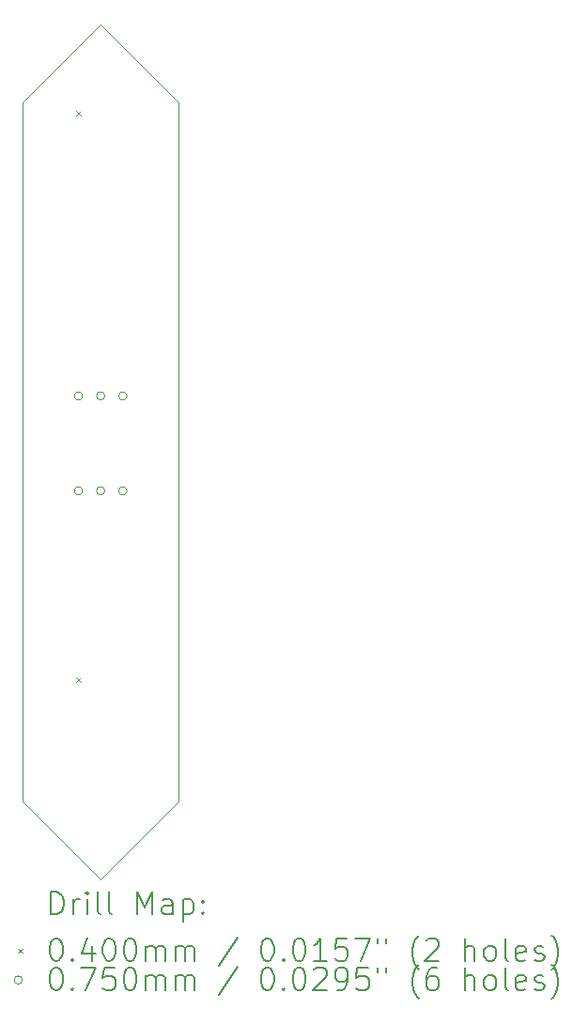
<source format=gbr>
%FSLAX45Y45*%
G04 Gerber Fmt 4.5, Leading zero omitted, Abs format (unit mm)*
G04 Created by KiCad (PCBNEW 6.0.2+dfsg-1) date 2022-11-12 16:17:31*
%MOMM*%
%LPD*%
G01*
G04 APERTURE LIST*
%TA.AperFunction,Profile*%
%ADD10C,0.100000*%
%TD*%
%ADD11C,0.200000*%
%ADD12C,0.040000*%
%ADD13C,0.075000*%
G04 APERTURE END LIST*
D10*
X15000000Y-5900000D02*
X15000000Y-12200000D01*
X15000000Y-12200000D02*
X14300000Y-12900000D01*
X14300000Y-12900000D02*
X13600000Y-12200000D01*
X13600000Y-12200000D02*
X13600000Y-5900000D01*
X13600000Y-5900000D02*
X14300000Y-5200000D01*
X14300000Y-5200000D02*
X15000000Y-5900000D01*
D11*
D12*
X14080000Y-5980000D02*
X14120000Y-6020000D01*
X14120000Y-5980000D02*
X14080000Y-6020000D01*
X14080000Y-11080000D02*
X14120000Y-11120000D01*
X14120000Y-11080000D02*
X14080000Y-11120000D01*
D13*
X14137500Y-8545000D02*
G75*
G03*
X14137500Y-8545000I-37500J0D01*
G01*
X14137500Y-9400000D02*
G75*
G03*
X14137500Y-9400000I-37500J0D01*
G01*
X14337500Y-8545000D02*
G75*
G03*
X14337500Y-8545000I-37500J0D01*
G01*
X14337500Y-9400000D02*
G75*
G03*
X14337500Y-9400000I-37500J0D01*
G01*
X14537500Y-8545000D02*
G75*
G03*
X14537500Y-8545000I-37500J0D01*
G01*
X14537500Y-9400000D02*
G75*
G03*
X14537500Y-9400000I-37500J0D01*
G01*
D11*
X13852619Y-13215476D02*
X13852619Y-13015476D01*
X13900238Y-13015476D01*
X13928809Y-13025000D01*
X13947857Y-13044048D01*
X13957381Y-13063095D01*
X13966905Y-13101190D01*
X13966905Y-13129762D01*
X13957381Y-13167857D01*
X13947857Y-13186905D01*
X13928809Y-13205952D01*
X13900238Y-13215476D01*
X13852619Y-13215476D01*
X14052619Y-13215476D02*
X14052619Y-13082143D01*
X14052619Y-13120238D02*
X14062143Y-13101190D01*
X14071667Y-13091667D01*
X14090714Y-13082143D01*
X14109762Y-13082143D01*
X14176428Y-13215476D02*
X14176428Y-13082143D01*
X14176428Y-13015476D02*
X14166905Y-13025000D01*
X14176428Y-13034524D01*
X14185952Y-13025000D01*
X14176428Y-13015476D01*
X14176428Y-13034524D01*
X14300238Y-13215476D02*
X14281190Y-13205952D01*
X14271667Y-13186905D01*
X14271667Y-13015476D01*
X14405000Y-13215476D02*
X14385952Y-13205952D01*
X14376428Y-13186905D01*
X14376428Y-13015476D01*
X14633571Y-13215476D02*
X14633571Y-13015476D01*
X14700238Y-13158333D01*
X14766905Y-13015476D01*
X14766905Y-13215476D01*
X14947857Y-13215476D02*
X14947857Y-13110714D01*
X14938333Y-13091667D01*
X14919286Y-13082143D01*
X14881190Y-13082143D01*
X14862143Y-13091667D01*
X14947857Y-13205952D02*
X14928809Y-13215476D01*
X14881190Y-13215476D01*
X14862143Y-13205952D01*
X14852619Y-13186905D01*
X14852619Y-13167857D01*
X14862143Y-13148809D01*
X14881190Y-13139286D01*
X14928809Y-13139286D01*
X14947857Y-13129762D01*
X15043095Y-13082143D02*
X15043095Y-13282143D01*
X15043095Y-13091667D02*
X15062143Y-13082143D01*
X15100238Y-13082143D01*
X15119286Y-13091667D01*
X15128809Y-13101190D01*
X15138333Y-13120238D01*
X15138333Y-13177381D01*
X15128809Y-13196428D01*
X15119286Y-13205952D01*
X15100238Y-13215476D01*
X15062143Y-13215476D01*
X15043095Y-13205952D01*
X15224048Y-13196428D02*
X15233571Y-13205952D01*
X15224048Y-13215476D01*
X15214524Y-13205952D01*
X15224048Y-13196428D01*
X15224048Y-13215476D01*
X15224048Y-13091667D02*
X15233571Y-13101190D01*
X15224048Y-13110714D01*
X15214524Y-13101190D01*
X15224048Y-13091667D01*
X15224048Y-13110714D01*
D12*
X13555000Y-13525000D02*
X13595000Y-13565000D01*
X13595000Y-13525000D02*
X13555000Y-13565000D01*
D11*
X13890714Y-13435476D02*
X13909762Y-13435476D01*
X13928809Y-13445000D01*
X13938333Y-13454524D01*
X13947857Y-13473571D01*
X13957381Y-13511667D01*
X13957381Y-13559286D01*
X13947857Y-13597381D01*
X13938333Y-13616428D01*
X13928809Y-13625952D01*
X13909762Y-13635476D01*
X13890714Y-13635476D01*
X13871667Y-13625952D01*
X13862143Y-13616428D01*
X13852619Y-13597381D01*
X13843095Y-13559286D01*
X13843095Y-13511667D01*
X13852619Y-13473571D01*
X13862143Y-13454524D01*
X13871667Y-13445000D01*
X13890714Y-13435476D01*
X14043095Y-13616428D02*
X14052619Y-13625952D01*
X14043095Y-13635476D01*
X14033571Y-13625952D01*
X14043095Y-13616428D01*
X14043095Y-13635476D01*
X14224048Y-13502143D02*
X14224048Y-13635476D01*
X14176428Y-13425952D02*
X14128809Y-13568809D01*
X14252619Y-13568809D01*
X14366905Y-13435476D02*
X14385952Y-13435476D01*
X14405000Y-13445000D01*
X14414524Y-13454524D01*
X14424048Y-13473571D01*
X14433571Y-13511667D01*
X14433571Y-13559286D01*
X14424048Y-13597381D01*
X14414524Y-13616428D01*
X14405000Y-13625952D01*
X14385952Y-13635476D01*
X14366905Y-13635476D01*
X14347857Y-13625952D01*
X14338333Y-13616428D01*
X14328809Y-13597381D01*
X14319286Y-13559286D01*
X14319286Y-13511667D01*
X14328809Y-13473571D01*
X14338333Y-13454524D01*
X14347857Y-13445000D01*
X14366905Y-13435476D01*
X14557381Y-13435476D02*
X14576428Y-13435476D01*
X14595476Y-13445000D01*
X14605000Y-13454524D01*
X14614524Y-13473571D01*
X14624048Y-13511667D01*
X14624048Y-13559286D01*
X14614524Y-13597381D01*
X14605000Y-13616428D01*
X14595476Y-13625952D01*
X14576428Y-13635476D01*
X14557381Y-13635476D01*
X14538333Y-13625952D01*
X14528809Y-13616428D01*
X14519286Y-13597381D01*
X14509762Y-13559286D01*
X14509762Y-13511667D01*
X14519286Y-13473571D01*
X14528809Y-13454524D01*
X14538333Y-13445000D01*
X14557381Y-13435476D01*
X14709762Y-13635476D02*
X14709762Y-13502143D01*
X14709762Y-13521190D02*
X14719286Y-13511667D01*
X14738333Y-13502143D01*
X14766905Y-13502143D01*
X14785952Y-13511667D01*
X14795476Y-13530714D01*
X14795476Y-13635476D01*
X14795476Y-13530714D02*
X14805000Y-13511667D01*
X14824048Y-13502143D01*
X14852619Y-13502143D01*
X14871667Y-13511667D01*
X14881190Y-13530714D01*
X14881190Y-13635476D01*
X14976428Y-13635476D02*
X14976428Y-13502143D01*
X14976428Y-13521190D02*
X14985952Y-13511667D01*
X15005000Y-13502143D01*
X15033571Y-13502143D01*
X15052619Y-13511667D01*
X15062143Y-13530714D01*
X15062143Y-13635476D01*
X15062143Y-13530714D02*
X15071667Y-13511667D01*
X15090714Y-13502143D01*
X15119286Y-13502143D01*
X15138333Y-13511667D01*
X15147857Y-13530714D01*
X15147857Y-13635476D01*
X15538333Y-13425952D02*
X15366905Y-13683095D01*
X15795476Y-13435476D02*
X15814524Y-13435476D01*
X15833571Y-13445000D01*
X15843095Y-13454524D01*
X15852619Y-13473571D01*
X15862143Y-13511667D01*
X15862143Y-13559286D01*
X15852619Y-13597381D01*
X15843095Y-13616428D01*
X15833571Y-13625952D01*
X15814524Y-13635476D01*
X15795476Y-13635476D01*
X15776428Y-13625952D01*
X15766905Y-13616428D01*
X15757381Y-13597381D01*
X15747857Y-13559286D01*
X15747857Y-13511667D01*
X15757381Y-13473571D01*
X15766905Y-13454524D01*
X15776428Y-13445000D01*
X15795476Y-13435476D01*
X15947857Y-13616428D02*
X15957381Y-13625952D01*
X15947857Y-13635476D01*
X15938333Y-13625952D01*
X15947857Y-13616428D01*
X15947857Y-13635476D01*
X16081190Y-13435476D02*
X16100238Y-13435476D01*
X16119286Y-13445000D01*
X16128809Y-13454524D01*
X16138333Y-13473571D01*
X16147857Y-13511667D01*
X16147857Y-13559286D01*
X16138333Y-13597381D01*
X16128809Y-13616428D01*
X16119286Y-13625952D01*
X16100238Y-13635476D01*
X16081190Y-13635476D01*
X16062143Y-13625952D01*
X16052619Y-13616428D01*
X16043095Y-13597381D01*
X16033571Y-13559286D01*
X16033571Y-13511667D01*
X16043095Y-13473571D01*
X16052619Y-13454524D01*
X16062143Y-13445000D01*
X16081190Y-13435476D01*
X16338333Y-13635476D02*
X16224048Y-13635476D01*
X16281190Y-13635476D02*
X16281190Y-13435476D01*
X16262143Y-13464048D01*
X16243095Y-13483095D01*
X16224048Y-13492619D01*
X16519286Y-13435476D02*
X16424048Y-13435476D01*
X16414524Y-13530714D01*
X16424048Y-13521190D01*
X16443095Y-13511667D01*
X16490714Y-13511667D01*
X16509762Y-13521190D01*
X16519286Y-13530714D01*
X16528809Y-13549762D01*
X16528809Y-13597381D01*
X16519286Y-13616428D01*
X16509762Y-13625952D01*
X16490714Y-13635476D01*
X16443095Y-13635476D01*
X16424048Y-13625952D01*
X16414524Y-13616428D01*
X16595476Y-13435476D02*
X16728809Y-13435476D01*
X16643095Y-13635476D01*
X16795476Y-13435476D02*
X16795476Y-13473571D01*
X16871667Y-13435476D02*
X16871667Y-13473571D01*
X17166905Y-13711667D02*
X17157381Y-13702143D01*
X17138333Y-13673571D01*
X17128810Y-13654524D01*
X17119286Y-13625952D01*
X17109762Y-13578333D01*
X17109762Y-13540238D01*
X17119286Y-13492619D01*
X17128810Y-13464048D01*
X17138333Y-13445000D01*
X17157381Y-13416428D01*
X17166905Y-13406905D01*
X17233571Y-13454524D02*
X17243095Y-13445000D01*
X17262143Y-13435476D01*
X17309762Y-13435476D01*
X17328810Y-13445000D01*
X17338333Y-13454524D01*
X17347857Y-13473571D01*
X17347857Y-13492619D01*
X17338333Y-13521190D01*
X17224048Y-13635476D01*
X17347857Y-13635476D01*
X17585952Y-13635476D02*
X17585952Y-13435476D01*
X17671667Y-13635476D02*
X17671667Y-13530714D01*
X17662143Y-13511667D01*
X17643095Y-13502143D01*
X17614524Y-13502143D01*
X17595476Y-13511667D01*
X17585952Y-13521190D01*
X17795476Y-13635476D02*
X17776429Y-13625952D01*
X17766905Y-13616428D01*
X17757381Y-13597381D01*
X17757381Y-13540238D01*
X17766905Y-13521190D01*
X17776429Y-13511667D01*
X17795476Y-13502143D01*
X17824048Y-13502143D01*
X17843095Y-13511667D01*
X17852619Y-13521190D01*
X17862143Y-13540238D01*
X17862143Y-13597381D01*
X17852619Y-13616428D01*
X17843095Y-13625952D01*
X17824048Y-13635476D01*
X17795476Y-13635476D01*
X17976429Y-13635476D02*
X17957381Y-13625952D01*
X17947857Y-13606905D01*
X17947857Y-13435476D01*
X18128810Y-13625952D02*
X18109762Y-13635476D01*
X18071667Y-13635476D01*
X18052619Y-13625952D01*
X18043095Y-13606905D01*
X18043095Y-13530714D01*
X18052619Y-13511667D01*
X18071667Y-13502143D01*
X18109762Y-13502143D01*
X18128810Y-13511667D01*
X18138333Y-13530714D01*
X18138333Y-13549762D01*
X18043095Y-13568809D01*
X18214524Y-13625952D02*
X18233571Y-13635476D01*
X18271667Y-13635476D01*
X18290714Y-13625952D01*
X18300238Y-13606905D01*
X18300238Y-13597381D01*
X18290714Y-13578333D01*
X18271667Y-13568809D01*
X18243095Y-13568809D01*
X18224048Y-13559286D01*
X18214524Y-13540238D01*
X18214524Y-13530714D01*
X18224048Y-13511667D01*
X18243095Y-13502143D01*
X18271667Y-13502143D01*
X18290714Y-13511667D01*
X18366905Y-13711667D02*
X18376429Y-13702143D01*
X18395476Y-13673571D01*
X18405000Y-13654524D01*
X18414524Y-13625952D01*
X18424048Y-13578333D01*
X18424048Y-13540238D01*
X18414524Y-13492619D01*
X18405000Y-13464048D01*
X18395476Y-13445000D01*
X18376429Y-13416428D01*
X18366905Y-13406905D01*
D13*
X13595000Y-13809000D02*
G75*
G03*
X13595000Y-13809000I-37500J0D01*
G01*
D11*
X13890714Y-13699476D02*
X13909762Y-13699476D01*
X13928809Y-13709000D01*
X13938333Y-13718524D01*
X13947857Y-13737571D01*
X13957381Y-13775667D01*
X13957381Y-13823286D01*
X13947857Y-13861381D01*
X13938333Y-13880428D01*
X13928809Y-13889952D01*
X13909762Y-13899476D01*
X13890714Y-13899476D01*
X13871667Y-13889952D01*
X13862143Y-13880428D01*
X13852619Y-13861381D01*
X13843095Y-13823286D01*
X13843095Y-13775667D01*
X13852619Y-13737571D01*
X13862143Y-13718524D01*
X13871667Y-13709000D01*
X13890714Y-13699476D01*
X14043095Y-13880428D02*
X14052619Y-13889952D01*
X14043095Y-13899476D01*
X14033571Y-13889952D01*
X14043095Y-13880428D01*
X14043095Y-13899476D01*
X14119286Y-13699476D02*
X14252619Y-13699476D01*
X14166905Y-13899476D01*
X14424048Y-13699476D02*
X14328809Y-13699476D01*
X14319286Y-13794714D01*
X14328809Y-13785190D01*
X14347857Y-13775667D01*
X14395476Y-13775667D01*
X14414524Y-13785190D01*
X14424048Y-13794714D01*
X14433571Y-13813762D01*
X14433571Y-13861381D01*
X14424048Y-13880428D01*
X14414524Y-13889952D01*
X14395476Y-13899476D01*
X14347857Y-13899476D01*
X14328809Y-13889952D01*
X14319286Y-13880428D01*
X14557381Y-13699476D02*
X14576428Y-13699476D01*
X14595476Y-13709000D01*
X14605000Y-13718524D01*
X14614524Y-13737571D01*
X14624048Y-13775667D01*
X14624048Y-13823286D01*
X14614524Y-13861381D01*
X14605000Y-13880428D01*
X14595476Y-13889952D01*
X14576428Y-13899476D01*
X14557381Y-13899476D01*
X14538333Y-13889952D01*
X14528809Y-13880428D01*
X14519286Y-13861381D01*
X14509762Y-13823286D01*
X14509762Y-13775667D01*
X14519286Y-13737571D01*
X14528809Y-13718524D01*
X14538333Y-13709000D01*
X14557381Y-13699476D01*
X14709762Y-13899476D02*
X14709762Y-13766143D01*
X14709762Y-13785190D02*
X14719286Y-13775667D01*
X14738333Y-13766143D01*
X14766905Y-13766143D01*
X14785952Y-13775667D01*
X14795476Y-13794714D01*
X14795476Y-13899476D01*
X14795476Y-13794714D02*
X14805000Y-13775667D01*
X14824048Y-13766143D01*
X14852619Y-13766143D01*
X14871667Y-13775667D01*
X14881190Y-13794714D01*
X14881190Y-13899476D01*
X14976428Y-13899476D02*
X14976428Y-13766143D01*
X14976428Y-13785190D02*
X14985952Y-13775667D01*
X15005000Y-13766143D01*
X15033571Y-13766143D01*
X15052619Y-13775667D01*
X15062143Y-13794714D01*
X15062143Y-13899476D01*
X15062143Y-13794714D02*
X15071667Y-13775667D01*
X15090714Y-13766143D01*
X15119286Y-13766143D01*
X15138333Y-13775667D01*
X15147857Y-13794714D01*
X15147857Y-13899476D01*
X15538333Y-13689952D02*
X15366905Y-13947095D01*
X15795476Y-13699476D02*
X15814524Y-13699476D01*
X15833571Y-13709000D01*
X15843095Y-13718524D01*
X15852619Y-13737571D01*
X15862143Y-13775667D01*
X15862143Y-13823286D01*
X15852619Y-13861381D01*
X15843095Y-13880428D01*
X15833571Y-13889952D01*
X15814524Y-13899476D01*
X15795476Y-13899476D01*
X15776428Y-13889952D01*
X15766905Y-13880428D01*
X15757381Y-13861381D01*
X15747857Y-13823286D01*
X15747857Y-13775667D01*
X15757381Y-13737571D01*
X15766905Y-13718524D01*
X15776428Y-13709000D01*
X15795476Y-13699476D01*
X15947857Y-13880428D02*
X15957381Y-13889952D01*
X15947857Y-13899476D01*
X15938333Y-13889952D01*
X15947857Y-13880428D01*
X15947857Y-13899476D01*
X16081190Y-13699476D02*
X16100238Y-13699476D01*
X16119286Y-13709000D01*
X16128809Y-13718524D01*
X16138333Y-13737571D01*
X16147857Y-13775667D01*
X16147857Y-13823286D01*
X16138333Y-13861381D01*
X16128809Y-13880428D01*
X16119286Y-13889952D01*
X16100238Y-13899476D01*
X16081190Y-13899476D01*
X16062143Y-13889952D01*
X16052619Y-13880428D01*
X16043095Y-13861381D01*
X16033571Y-13823286D01*
X16033571Y-13775667D01*
X16043095Y-13737571D01*
X16052619Y-13718524D01*
X16062143Y-13709000D01*
X16081190Y-13699476D01*
X16224048Y-13718524D02*
X16233571Y-13709000D01*
X16252619Y-13699476D01*
X16300238Y-13699476D01*
X16319286Y-13709000D01*
X16328809Y-13718524D01*
X16338333Y-13737571D01*
X16338333Y-13756619D01*
X16328809Y-13785190D01*
X16214524Y-13899476D01*
X16338333Y-13899476D01*
X16433571Y-13899476D02*
X16471667Y-13899476D01*
X16490714Y-13889952D01*
X16500238Y-13880428D01*
X16519286Y-13851857D01*
X16528809Y-13813762D01*
X16528809Y-13737571D01*
X16519286Y-13718524D01*
X16509762Y-13709000D01*
X16490714Y-13699476D01*
X16452619Y-13699476D01*
X16433571Y-13709000D01*
X16424048Y-13718524D01*
X16414524Y-13737571D01*
X16414524Y-13785190D01*
X16424048Y-13804238D01*
X16433571Y-13813762D01*
X16452619Y-13823286D01*
X16490714Y-13823286D01*
X16509762Y-13813762D01*
X16519286Y-13804238D01*
X16528809Y-13785190D01*
X16709762Y-13699476D02*
X16614524Y-13699476D01*
X16605000Y-13794714D01*
X16614524Y-13785190D01*
X16633571Y-13775667D01*
X16681190Y-13775667D01*
X16700238Y-13785190D01*
X16709762Y-13794714D01*
X16719286Y-13813762D01*
X16719286Y-13861381D01*
X16709762Y-13880428D01*
X16700238Y-13889952D01*
X16681190Y-13899476D01*
X16633571Y-13899476D01*
X16614524Y-13889952D01*
X16605000Y-13880428D01*
X16795476Y-13699476D02*
X16795476Y-13737571D01*
X16871667Y-13699476D02*
X16871667Y-13737571D01*
X17166905Y-13975667D02*
X17157381Y-13966143D01*
X17138333Y-13937571D01*
X17128810Y-13918524D01*
X17119286Y-13889952D01*
X17109762Y-13842333D01*
X17109762Y-13804238D01*
X17119286Y-13756619D01*
X17128810Y-13728048D01*
X17138333Y-13709000D01*
X17157381Y-13680428D01*
X17166905Y-13670905D01*
X17328810Y-13699476D02*
X17290714Y-13699476D01*
X17271667Y-13709000D01*
X17262143Y-13718524D01*
X17243095Y-13747095D01*
X17233571Y-13785190D01*
X17233571Y-13861381D01*
X17243095Y-13880428D01*
X17252619Y-13889952D01*
X17271667Y-13899476D01*
X17309762Y-13899476D01*
X17328810Y-13889952D01*
X17338333Y-13880428D01*
X17347857Y-13861381D01*
X17347857Y-13813762D01*
X17338333Y-13794714D01*
X17328810Y-13785190D01*
X17309762Y-13775667D01*
X17271667Y-13775667D01*
X17252619Y-13785190D01*
X17243095Y-13794714D01*
X17233571Y-13813762D01*
X17585952Y-13899476D02*
X17585952Y-13699476D01*
X17671667Y-13899476D02*
X17671667Y-13794714D01*
X17662143Y-13775667D01*
X17643095Y-13766143D01*
X17614524Y-13766143D01*
X17595476Y-13775667D01*
X17585952Y-13785190D01*
X17795476Y-13899476D02*
X17776429Y-13889952D01*
X17766905Y-13880428D01*
X17757381Y-13861381D01*
X17757381Y-13804238D01*
X17766905Y-13785190D01*
X17776429Y-13775667D01*
X17795476Y-13766143D01*
X17824048Y-13766143D01*
X17843095Y-13775667D01*
X17852619Y-13785190D01*
X17862143Y-13804238D01*
X17862143Y-13861381D01*
X17852619Y-13880428D01*
X17843095Y-13889952D01*
X17824048Y-13899476D01*
X17795476Y-13899476D01*
X17976429Y-13899476D02*
X17957381Y-13889952D01*
X17947857Y-13870905D01*
X17947857Y-13699476D01*
X18128810Y-13889952D02*
X18109762Y-13899476D01*
X18071667Y-13899476D01*
X18052619Y-13889952D01*
X18043095Y-13870905D01*
X18043095Y-13794714D01*
X18052619Y-13775667D01*
X18071667Y-13766143D01*
X18109762Y-13766143D01*
X18128810Y-13775667D01*
X18138333Y-13794714D01*
X18138333Y-13813762D01*
X18043095Y-13832809D01*
X18214524Y-13889952D02*
X18233571Y-13899476D01*
X18271667Y-13899476D01*
X18290714Y-13889952D01*
X18300238Y-13870905D01*
X18300238Y-13861381D01*
X18290714Y-13842333D01*
X18271667Y-13832809D01*
X18243095Y-13832809D01*
X18224048Y-13823286D01*
X18214524Y-13804238D01*
X18214524Y-13794714D01*
X18224048Y-13775667D01*
X18243095Y-13766143D01*
X18271667Y-13766143D01*
X18290714Y-13775667D01*
X18366905Y-13975667D02*
X18376429Y-13966143D01*
X18395476Y-13937571D01*
X18405000Y-13918524D01*
X18414524Y-13889952D01*
X18424048Y-13842333D01*
X18424048Y-13804238D01*
X18414524Y-13756619D01*
X18405000Y-13728048D01*
X18395476Y-13709000D01*
X18376429Y-13680428D01*
X18366905Y-13670905D01*
M02*

</source>
